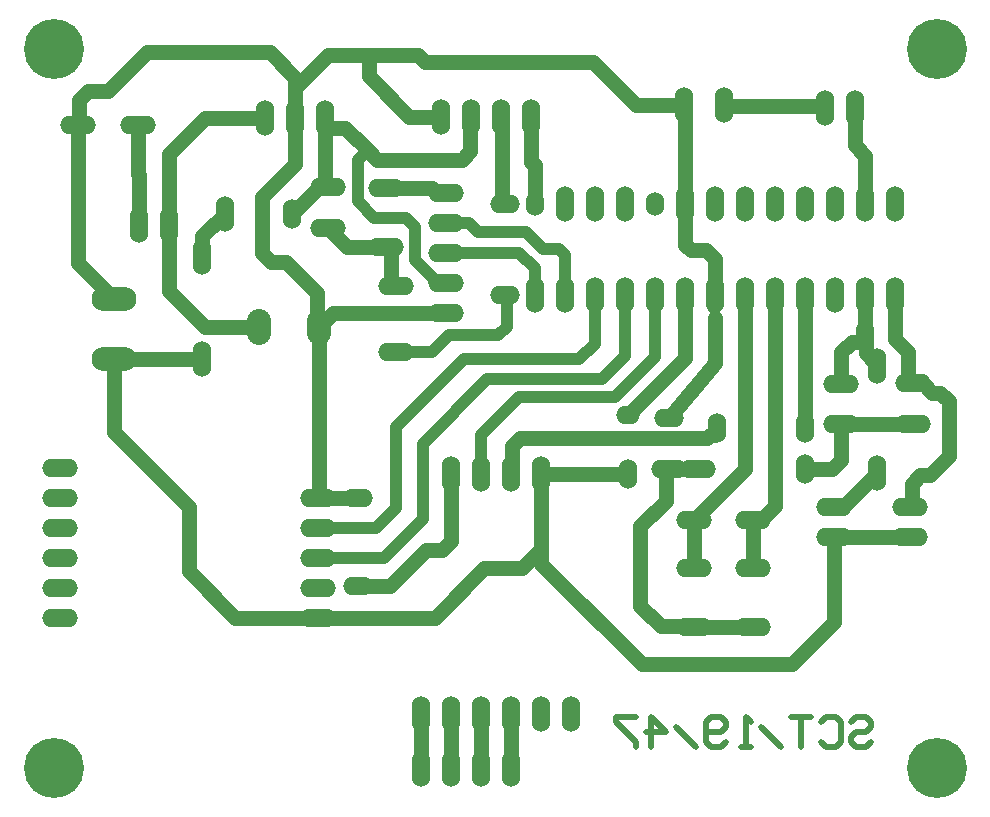
<source format=gbl>
G04*
G04 #@! TF.GenerationSoftware,Altium Limited,Altium Designer,19.0.15 (446)*
G04*
G04 Layer_Physical_Order=2*
G04 Layer_Color=16711680*
%FSLAX44Y44*%
%MOMM*%
G71*
G01*
G75*
%ADD10C,1.2700*%
%ADD11C,1.0160*%
%ADD12C,0.5080*%
%ADD13O,1.5240X3.0480*%
%ADD14O,1.5240X2.5400*%
%ADD15O,2.0320X1.5240*%
%ADD16O,3.0480X1.5240*%
%ADD17O,2.5400X1.5240*%
%ADD18O,3.0480X1.5240*%
%ADD19O,1.5240X3.0480*%
%ADD20O,3.8100X2.0320*%
%ADD21O,2.0320X3.0480*%
%ADD22O,2.5400X1.5240*%
%ADD23O,1.5240X2.0320*%
%ADD24C,5.0800*%
D10*
X817880Y591820D02*
Y638810D01*
X792480Y591820D02*
Y638810D01*
X767080Y591820D02*
Y638810D01*
X741680Y591820D02*
Y638810D01*
X655320Y821690D02*
Y966470D01*
X1181281Y910590D02*
X1188720Y903150D01*
X1174612Y910590D02*
X1181281D01*
X1166547Y918654D02*
X1174612Y910590D01*
X1158240Y918654D02*
X1166547D01*
X1188720Y857250D02*
Y903150D01*
X1172210Y840740D02*
X1188720Y857250D01*
X1164409Y840740D02*
X1172210D01*
X1156970Y833300D02*
X1164409Y840740D01*
X1156970Y815243D02*
Y833300D01*
X1155797Y814070D02*
X1156970Y815243D01*
X1155700Y814070D02*
X1155797D01*
X1097280Y883920D02*
X1097502Y884142D01*
X1158018D01*
X1158240Y884364D01*
X1154746Y918654D02*
X1158240D01*
X1153573Y919828D02*
X1154746Y918654D01*
X1153573Y919828D02*
Y945324D01*
X1143000Y955897D02*
X1153573Y945324D01*
X1143000Y955897D02*
Y993140D01*
X1117600Y958850D02*
X1118086Y958364D01*
Y943811D02*
Y958364D01*
Y943811D02*
X1127760Y934137D01*
Y933450D02*
Y934137D01*
X1099237Y814070D02*
X1127760Y842593D01*
X1090930Y814070D02*
X1099237D01*
X825806Y872490D02*
X983745D01*
X818366Y865051D02*
X825806Y872490D01*
X983745D02*
X986304Y875049D01*
X632439Y1061699D02*
X655320Y1084580D01*
X556451Y1025525D02*
Y1042840D01*
X556260Y1025333D02*
X556451Y1025525D01*
Y1042840D02*
X575310Y1061699D01*
X481330Y938570D02*
X556260D01*
X965200Y939800D02*
Y984833D01*
X843280Y842010D02*
X916940D01*
Y891540D02*
X965200Y939800D01*
X679213Y1034017D02*
X712360D01*
X662940Y1050290D02*
X679213Y1034017D01*
X754367Y1079876D02*
X762674D01*
X750695Y1083547D02*
X754367Y1079876D01*
X712360Y1083547D02*
X750695D01*
X712360Y1034017D02*
X715052D01*
X716225Y1032844D01*
Y1001933D02*
Y1032844D01*
Y1001933D02*
X717398Y1000760D01*
X720090D01*
X696574Y1115604D02*
X704738Y1107440D01*
X677643Y1134535D02*
X696574Y1115604D01*
X755741Y1003676D02*
X762674D01*
X948689Y819149D02*
Y844647D01*
X927100Y797560D02*
X948689Y819149D01*
X927100Y730250D02*
Y797560D01*
X948689Y844647D02*
X949862Y845820D01*
X951716D01*
X927100Y730250D02*
X944394Y712956D01*
X843280Y765810D02*
Y778510D01*
Y765810D02*
X928370Y680720D01*
X1055370D01*
X1090930Y716280D01*
Y788670D01*
X635288Y1103918D02*
Y1142641D01*
X607348Y1075978D02*
X635288Y1103918D01*
X607348Y1028520D02*
Y1075978D01*
Y1028520D02*
X614788Y1021080D01*
X627380D01*
X653862Y994598D01*
Y967928D02*
Y994598D01*
Y967928D02*
X655320Y966470D01*
X965200Y1035848D02*
X970169Y1030879D01*
X983257D01*
X965200Y1035848D02*
Y1070138D01*
X983257Y1030879D02*
X990697Y1023439D01*
Y993237D02*
Y1023439D01*
X990600Y993140D02*
X990697Y993237D01*
X944394Y712956D02*
X972334D01*
X972820Y712470D01*
X951716Y845820D02*
X976450D01*
X986304Y875049D02*
X990697D01*
X991870Y876222D01*
Y880615D01*
X818366Y842496D02*
Y865051D01*
X817880Y842010D02*
X818366Y842496D01*
X990600Y935990D02*
Y974090D01*
X951716Y889000D02*
X990600Y935990D01*
X1089840Y845820D02*
X1097280Y853260D01*
Y883920D01*
X1066800Y845820D02*
X1089840D01*
X655320Y821690D02*
X688340D01*
X654050D02*
X655320D01*
X759641Y777240D02*
X767080Y784679D01*
Y842010D01*
X745718Y777240D02*
X759641D01*
X715238Y746760D02*
X745718Y777240D01*
X688340Y746760D02*
X715238D01*
X1066800Y880615D02*
Y993140D01*
X1097280Y918210D02*
Y944880D01*
X1117600Y958850D02*
Y993140D01*
X1097280Y944880D02*
X1106170Y953770D01*
X1117600Y993140D02*
X1118086Y992654D01*
X1106170Y953770D02*
X1112520D01*
X1097280Y918210D02*
X1104900D01*
X1112520Y953770D02*
X1117600Y958850D01*
X662940Y1050290D02*
X670560D01*
X660688Y1135708D02*
Y1142641D01*
Y1085753D02*
Y1135708D01*
Y1085753D02*
X661861Y1084580D01*
X662940D01*
X762407Y1080142D02*
X762674Y1079876D01*
X712846Y1083061D02*
X713112Y1082795D01*
X661858Y973008D02*
X667126Y978276D01*
X762674D01*
X481330Y877570D02*
X544830Y814070D01*
X481330Y877570D02*
Y938570D01*
X544830Y759460D02*
Y814070D01*
X811202Y991967D02*
X812376Y993140D01*
X812800D01*
X762674Y1054476D02*
X763160Y1053990D01*
X837714Y993626D02*
X838200Y993140D01*
X826770Y762000D02*
X843280Y778510D01*
Y842010D01*
X795020Y762000D02*
X826770D01*
X753110Y720090D02*
X795020Y762000D01*
X654050Y720090D02*
X753110D01*
X1016000Y845821D02*
Y993140D01*
X972819Y802640D02*
X1016000Y845821D01*
X963930Y1146123D02*
Y1154430D01*
Y1146123D02*
X965200Y1144853D01*
Y1070138D02*
Y1144853D01*
X762188Y1004162D02*
X762674Y1003676D01*
X1022350Y712470D02*
X1022836Y711984D01*
X972820Y712470D02*
X1022350D01*
X1022349Y802640D02*
X1029282D01*
X1041400Y814758D01*
Y993140D01*
X661861Y1134535D02*
X677643D01*
X660688Y1135708D02*
X661861Y1134535D01*
X704738Y1107440D02*
X775963D01*
X783402Y1114880D01*
Y1143738D01*
X783888Y1144224D01*
X965200Y993140D02*
X965686Y993626D01*
X544830Y759460D02*
X584200Y720090D01*
X654050D01*
X502920Y1052830D02*
Y1094740D01*
X501650Y1096010D02*
Y1136891D01*
X528320Y1052830D02*
Y1112161D01*
X558800Y1142641D01*
X609888D01*
X635288Y1168400D02*
Y1176931D01*
Y1142641D02*
Y1168400D01*
X452300Y1158420D02*
X459740Y1165860D01*
X452300Y1138065D02*
Y1158420D01*
X451127Y1136891D02*
X452300Y1138065D01*
X450850Y1136891D02*
X451127D01*
X459740Y1165860D02*
X476250D01*
X509270Y1198880D01*
X613339D01*
X635288Y1176931D01*
X558800Y966470D02*
X604520D01*
X528320Y996950D02*
X558800Y966470D01*
X528320Y996950D02*
Y1052830D01*
X762674Y1054476D02*
X763160Y1054962D01*
X990600Y984833D02*
Y993140D01*
X989330Y983563D02*
X990600Y984833D01*
X965200D02*
Y993140D01*
X963930Y983563D02*
X965200Y984833D01*
X972819Y802640D02*
X972820Y802639D01*
Y762001D02*
Y802639D01*
Y762001D02*
X972820Y762000D01*
X1022349Y802640D02*
X1022349Y802639D01*
Y762001D02*
Y802639D01*
Y762001D02*
X1022350Y762000D01*
X1142913Y993053D02*
X1143000Y993140D01*
X834688Y1106170D02*
Y1144224D01*
Y1106170D02*
X837714Y1103144D01*
Y1070623D02*
Y1103144D01*
Y1070623D02*
X838200Y1070138D01*
X809288Y1144224D02*
X809774Y1143738D01*
Y1071311D02*
Y1143738D01*
Y1071311D02*
X810947Y1070138D01*
X812800D01*
X697230Y1196340D02*
X739140D01*
X663228D02*
X697230D01*
Y1178812D02*
Y1196340D01*
Y1178812D02*
X731818Y1144224D01*
X758488D01*
X808802Y1143738D02*
X809288Y1144224D01*
X816221Y1070138D02*
X817394Y1071311D01*
X812800Y1070138D02*
X816221D01*
X887550Y1190171D02*
X923290Y1154430D01*
X745310Y1190171D02*
X887550D01*
X739140Y1196340D02*
X745310Y1190171D01*
X923290Y1154430D02*
X963930D01*
X1083310Y1151890D02*
Y1151987D01*
X1082137Y1153160D02*
X1083310Y1151987D01*
X999393Y1153160D02*
X1082137D01*
X998220Y1154333D02*
X999393Y1153160D01*
X998220Y1154333D02*
Y1154430D01*
X1108710Y1119886D02*
Y1151890D01*
Y1119886D02*
X1117600Y1110996D01*
Y1070138D02*
Y1110996D01*
X450850Y1019850D02*
Y1136891D01*
Y1019850D02*
X481330Y989370D01*
X635288Y1168400D02*
X663228Y1196340D01*
X1090930Y788670D02*
X1155700D01*
D11*
X939800Y941070D02*
Y993140D01*
X905510Y906780D02*
X939800Y941070D01*
X824230Y906780D02*
X905510D01*
X792480Y875030D02*
X824230Y906780D01*
X914400Y941641D02*
Y993140D01*
X894779Y922020D02*
X914400Y941641D01*
X797560Y922020D02*
X894779D01*
X742950Y867410D02*
X797560Y922020D01*
X688230Y1107260D02*
X696574Y1115604D01*
X688230Y1072376D02*
Y1107260D01*
Y1072376D02*
X702019Y1058587D01*
X728601D01*
X736607Y1050581D01*
Y1022810D02*
Y1050581D01*
Y1022810D02*
X755741Y1003676D01*
X742950Y803910D02*
Y867410D01*
X814070Y966470D02*
Y991967D01*
X806630Y959031D02*
X814070Y966470D01*
X765394Y959031D02*
X806630D01*
X751063Y944699D02*
X765394Y959031D01*
X720090Y944699D02*
X751063D01*
X782430Y1053990D02*
X789940Y1046480D01*
X763160Y1053990D02*
X782430D01*
X789940Y1046480D02*
X830580D01*
X858520Y1032510D02*
X863600Y1027430D01*
Y993140D02*
Y1027430D01*
X844550Y1032510D02*
X858520D01*
X830580Y1046480D02*
X844550Y1032510D01*
X762674Y1029076D02*
X824340D01*
X837714Y1015702D01*
Y993626D02*
Y1015702D01*
X888514Y952014D02*
Y992654D01*
X875538Y939038D02*
X888514Y952014D01*
X777748Y939038D02*
X875538D01*
X720090Y881380D02*
X777748Y939038D01*
X720090Y812800D02*
Y881380D01*
X709930Y770890D02*
X742950Y803910D01*
X703580Y796290D02*
X720090Y812800D01*
X654050Y796290D02*
X703580D01*
X654050Y770890D02*
X709930D01*
X792480Y842010D02*
Y875030D01*
D12*
X1105752Y632030D02*
X1109984Y636262D01*
X1118448D01*
X1122680Y632030D01*
Y627798D01*
X1118448Y623566D01*
X1109984D01*
X1105752Y619334D01*
Y615102D01*
X1109984Y610870D01*
X1118448D01*
X1122680Y615102D01*
X1080360Y632030D02*
X1084592Y636262D01*
X1093056D01*
X1097288Y632030D01*
Y615102D01*
X1093056Y610870D01*
X1084592D01*
X1080360Y615102D01*
X1071896Y636262D02*
X1054969D01*
X1063432D01*
Y610870D01*
X1046505D02*
X1029577Y627798D01*
X1021113Y610870D02*
X1012649D01*
X1016881D01*
Y636262D01*
X1021113Y632030D01*
X999953Y615102D02*
X995721Y610870D01*
X987257D01*
X983025Y615102D01*
Y632030D01*
X987257Y636262D01*
X995721D01*
X999953Y632030D01*
Y627798D01*
X995721Y623566D01*
X983025D01*
X974561Y610870D02*
X957633Y627798D01*
X936473Y610870D02*
Y636262D01*
X949169Y623566D01*
X932242D01*
X923778Y636262D02*
X906850D01*
Y632030D01*
X923778Y615102D01*
Y610870D01*
D13*
X1127760Y842593D02*
D03*
Y933450D02*
D03*
X575310Y1061699D02*
D03*
X556260Y1025333D02*
D03*
Y938570D02*
D03*
X660688Y1142641D02*
D03*
X635288D02*
D03*
X609888D02*
D03*
X528320Y1052830D02*
D03*
X502920D02*
D03*
X741680Y591820D02*
D03*
X767080D02*
D03*
X792480D02*
D03*
X817880D02*
D03*
X834688Y1144224D02*
D03*
X809288D02*
D03*
X783888D02*
D03*
X758488D02*
D03*
X1083310Y1151890D02*
D03*
X1108710D02*
D03*
X963930Y1154430D02*
D03*
X998220D02*
D03*
D14*
X1117600Y958850D02*
D03*
X632439Y1061699D02*
D03*
X916940Y842010D02*
D03*
X1066800Y845820D02*
D03*
X991870Y880615D02*
D03*
X1066800D02*
D03*
D15*
X916940Y891540D02*
D03*
D16*
X951716Y845820D02*
D03*
X976450D02*
D03*
X720090Y944699D02*
D03*
Y1000760D02*
D03*
X501650Y1136891D02*
D03*
X450850D02*
D03*
X1022349Y802640D02*
D03*
X972819D02*
D03*
X435610Y720090D02*
D03*
Y745490D02*
D03*
Y770890D02*
D03*
Y796290D02*
D03*
Y821690D02*
D03*
Y847090D02*
D03*
X654050Y821690D02*
D03*
Y796290D02*
D03*
Y770890D02*
D03*
Y745490D02*
D03*
Y720090D02*
D03*
D17*
X951716Y889000D02*
D03*
X688340Y746760D02*
D03*
Y821690D02*
D03*
D18*
X762674Y978276D02*
D03*
Y1003676D02*
D03*
Y1029076D02*
D03*
Y1054476D02*
D03*
Y1079876D02*
D03*
X1090930Y788670D02*
D03*
Y814070D02*
D03*
X662940Y1050290D02*
D03*
Y1084580D02*
D03*
X972820Y712470D02*
D03*
Y762000D02*
D03*
X1022350Y712470D02*
D03*
Y762000D02*
D03*
X1097280Y883920D02*
D03*
Y918210D02*
D03*
X1158240Y918654D02*
D03*
Y884364D02*
D03*
X1155700Y788670D02*
D03*
Y814070D02*
D03*
X712360Y1083547D02*
D03*
Y1034017D02*
D03*
D19*
X741680Y638810D02*
D03*
X767080D02*
D03*
X792480D02*
D03*
X817880D02*
D03*
X843280D02*
D03*
X868680D02*
D03*
X767080Y842010D02*
D03*
X792480D02*
D03*
X817880D02*
D03*
X843280D02*
D03*
X863600Y1070138D02*
D03*
X889000D02*
D03*
X914400D02*
D03*
X965200D02*
D03*
X990600D02*
D03*
X1016000D02*
D03*
X1041400D02*
D03*
X1066800D02*
D03*
X1092200D02*
D03*
X1117600D02*
D03*
X1143000D02*
D03*
Y993140D02*
D03*
X1117600D02*
D03*
X1092200D02*
D03*
X1066800D02*
D03*
X1041400D02*
D03*
X1016000D02*
D03*
X990600D02*
D03*
X965200D02*
D03*
X939800D02*
D03*
X914400D02*
D03*
X889000D02*
D03*
X863600D02*
D03*
X838200D02*
D03*
D20*
X481330Y989370D02*
D03*
Y938570D02*
D03*
D21*
X655320Y966470D02*
D03*
X604520D02*
D03*
D22*
X812800Y1070138D02*
D03*
Y993140D02*
D03*
D23*
X838200Y1070138D02*
D03*
X939800D02*
D03*
D24*
X430530Y1201420D02*
D03*
Y593090D02*
D03*
X1178560D02*
D03*
Y1201420D02*
D03*
M02*

</source>
